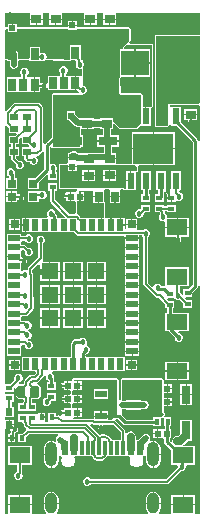
<source format=gtl>
G04*
G04 #@! TF.GenerationSoftware,Altium Limited,Altium Designer,24.6.1 (21)*
G04*
G04 Layer_Physical_Order=1*
G04 Layer_Color=255*
%FSLAX25Y25*%
%MOIN*%
G70*
G04*
G04 #@! TF.SameCoordinates,1986151C-97A1-4A67-A93D-4D8E7053BCD9*
G04*
G04*
G04 #@! TF.FilePolarity,Positive*
G04*
G01*
G75*
%ADD11C,0.01000*%
%ADD19R,0.02756X0.02756*%
%ADD20R,0.01968X0.03937*%
%ADD21R,0.03937X0.01968*%
%ADD22R,0.02756X0.02756*%
%ADD23R,0.05709X0.05709*%
%ADD24R,0.07087X0.05315*%
%ADD25R,0.04134X0.02362*%
%ADD26R,0.02700X0.04000*%
%ADD27R,0.13386X0.09921*%
%ADD28R,0.02362X0.05709*%
%ADD29R,0.06299X0.03150*%
%ADD30R,0.02165X0.01772*%
%ADD31R,0.09252X0.08465*%
%ADD32R,0.03543X0.02756*%
%ADD33R,0.02047X0.02047*%
%ADD34R,0.02047X0.02047*%
%ADD35R,0.02756X0.03543*%
%ADD36R,0.01772X0.02165*%
%ADD37R,0.03150X0.06299*%
%ADD64R,0.01181X0.04528*%
%ADD65R,0.02362X0.04528*%
%ADD66R,0.02126X0.02506*%
%ADD67R,0.02506X0.02126*%
G04:AMPARAMS|DCode=68|XSize=30mil|YSize=40mil|CornerRadius=0mil|HoleSize=0mil|Usage=FLASHONLY|Rotation=180.000|XOffset=0mil|YOffset=0mil|HoleType=Round|Shape=Octagon|*
%AMOCTAGOND68*
4,1,8,0.00750,-0.02000,-0.00750,-0.02000,-0.01500,-0.01250,-0.01500,0.01250,-0.00750,0.02000,0.00750,0.02000,0.01500,0.01250,0.01500,-0.01250,0.00750,-0.02000,0.0*
%
%ADD68OCTAGOND68*%

%ADD69C,0.00782*%
%ADD70C,0.00800*%
%ADD71C,0.02500*%
%ADD72C,0.02000*%
%ADD73O,0.03937X0.08268*%
%ADD74O,0.03937X0.07087*%
%ADD75C,0.01800*%
%ADD76C,0.01772*%
G36*
X77410Y176933D02*
X63000D01*
X62694Y176806D01*
X62567Y176500D01*
Y146500D01*
X62694Y146194D01*
X63000Y146067D01*
X66500D01*
X66806Y146194D01*
X67306Y146694D01*
X67433Y147000D01*
X67919Y146966D01*
Y146474D01*
X69783D01*
X75082Y141175D01*
Y93455D01*
X73685Y92058D01*
X72017D01*
Y90321D01*
X71959Y90297D01*
X71467Y90279D01*
X71254Y90793D01*
X70860Y91187D01*
X70816Y91205D01*
Y93273D01*
X73943D01*
Y99388D01*
X66057D01*
Y93602D01*
X65577Y93223D01*
X65532Y93232D01*
X64712D01*
X64687Y93293D01*
X64293Y93687D01*
X63779Y93900D01*
X63222D01*
X62707Y93687D01*
X62313Y93293D01*
X62193Y93003D01*
X61638Y92851D01*
X60316Y94173D01*
Y109451D01*
X60687Y109823D01*
X60900Y110337D01*
Y110894D01*
X60687Y111409D01*
X60293Y111803D01*
X59778Y112016D01*
X59222D01*
X58707Y111803D01*
X58678Y111774D01*
X56980D01*
X56542Y111923D01*
X56542Y112274D01*
Y113501D01*
X54764D01*
X52986D01*
X52986Y112499D01*
X52486Y112214D01*
X52407Y112260D01*
Y113304D01*
X51023D01*
Y113504D01*
X50823D01*
Y115873D01*
X49639D01*
Y115873D01*
X49258D01*
Y115873D01*
X48074D01*
Y113504D01*
X47674D01*
Y115873D01*
X46490D01*
Y115873D01*
X46380D01*
X45933Y116300D01*
Y120828D01*
X45806Y121134D01*
X45522Y121252D01*
Y125067D01*
X45522Y125172D01*
X45775Y125567D01*
X47225D01*
X47478Y125172D01*
X47478Y125067D01*
Y123200D01*
X49256D01*
X51034D01*
Y125067D01*
X51034Y125172D01*
X51286Y125567D01*
X51821D01*
X52151Y125237D01*
X52230Y125204D01*
X52291Y125143D01*
X52377D01*
X52457Y125110D01*
X52919Y125017D01*
Y125017D01*
X56081D01*
Y131093D01*
X56169Y131130D01*
X56264Y131134D01*
X56683Y131330D01*
X56735Y131386D01*
X56806Y131416D01*
X56843Y131504D01*
X56907Y131574D01*
X56904Y131651D01*
X56933Y131722D01*
Y133000D01*
X56875Y133139D01*
X57126Y133639D01*
X61800D01*
Y138800D01*
X54907D01*
Y133933D01*
X49672D01*
Y135391D01*
X47500D01*
Y135791D01*
X49672D01*
Y137369D01*
X48333D01*
Y139525D01*
X50455D01*
Y141300D01*
X46905D01*
X43356D01*
Y139525D01*
X45478D01*
Y137443D01*
X40575D01*
X40199Y137368D01*
X37225D01*
X37009Y137584D01*
X36546Y137894D01*
X36000Y138002D01*
X36000Y138002D01*
X35000D01*
X34454Y137894D01*
X33991Y137584D01*
X33933Y137498D01*
X33576D01*
Y136594D01*
X33573Y136575D01*
X33576Y136556D01*
Y136275D01*
X35000D01*
Y135875D01*
X33576D01*
Y134849D01*
X33576Y134651D01*
X33576D01*
Y134433D01*
X33373Y133933D01*
X31000D01*
X30694Y133806D01*
X30567Y133500D01*
Y126000D01*
X30694Y125694D01*
X31000Y125567D01*
X36419D01*
X36613Y125067D01*
X36456Y124923D01*
X36434Y124874D01*
X36389Y124844D01*
X36366Y124729D01*
X36317Y124622D01*
X36164Y124439D01*
X35835Y124424D01*
X35651Y124424D01*
X34625D01*
Y123000D01*
Y121576D01*
X35567D01*
X35849Y121576D01*
X36067Y121167D01*
Y117500D01*
X35696Y117088D01*
X34065D01*
X29316Y121838D01*
Y124943D01*
X29983D01*
Y127514D01*
X27017D01*
Y124943D01*
X27684D01*
Y121500D01*
X27684Y121500D01*
X27746Y121188D01*
X27923Y120923D01*
X32512Y116334D01*
X32321Y115873D01*
X30860D01*
X30742Y115873D01*
X30360D01*
X29894Y116228D01*
Y116423D01*
X29824Y116774D01*
X29625Y117072D01*
X29625Y117072D01*
X29384Y117313D01*
Y117552D01*
X29171Y118067D01*
X28777Y118460D01*
X28262Y118674D01*
X27705D01*
X27191Y118460D01*
X26797Y118067D01*
X26584Y117552D01*
Y116995D01*
X26797Y116481D01*
X26905Y116373D01*
X26698Y115873D01*
X24561D01*
X24443Y115873D01*
X24061D01*
X23943Y115873D01*
X21411D01*
X21293Y115873D01*
X20911D01*
X20793Y115873D01*
X19727D01*
Y113504D01*
Y111135D01*
X20793D01*
X20911Y111135D01*
X21293D01*
X21411Y111135D01*
X23943D01*
X24061Y111135D01*
X24443D01*
X24561Y111135D01*
X27092D01*
X27211Y111135D01*
X27592D01*
X27711Y111135D01*
X30242D01*
X30360Y111135D01*
X30742D01*
X30860Y111135D01*
X33510D01*
X33510Y111135D01*
X33891D01*
Y111135D01*
X34010Y111135D01*
X35506D01*
X36483Y110159D01*
X36747Y109982D01*
X37059Y109920D01*
X37059Y109920D01*
X52179D01*
X52592Y109525D01*
Y109374D01*
X54961D01*
X57329D01*
Y110143D01*
X58181D01*
X58313Y109823D01*
X58684Y109451D01*
Y93835D01*
X58684Y93835D01*
X58746Y93523D01*
X58923Y93259D01*
X62750Y89431D01*
X62750Y89431D01*
X63015Y89254D01*
X63327Y89192D01*
X63957D01*
X66017Y87132D01*
Y85714D01*
X66582D01*
Y84227D01*
X66057D01*
Y78112D01*
X67090D01*
X69100Y76102D01*
Y75722D01*
X69313Y75207D01*
X69707Y74813D01*
X70222Y74600D01*
X70779D01*
X71293Y74813D01*
X71687Y75207D01*
X71900Y75722D01*
Y76279D01*
X71687Y76793D01*
X71293Y77187D01*
X70779Y77400D01*
X70551D01*
X70388Y77612D01*
X70633Y78112D01*
X73943D01*
Y84227D01*
X68418D01*
Y85714D01*
X68983D01*
Y88286D01*
X67171D01*
X66661Y88796D01*
X66852Y89258D01*
X68859D01*
X68880Y89207D01*
X69274Y88813D01*
X69788Y88600D01*
X70345D01*
X70651Y88727D01*
X72017Y87361D01*
Y85943D01*
X74983D01*
Y88514D01*
X73171D01*
X72661Y89024D01*
X72852Y89486D01*
X74983D01*
Y90760D01*
X76649Y92426D01*
X76848Y92724D01*
X76918Y93075D01*
X77410Y93055D01*
Y17019D01*
X76338D01*
X75943Y17273D01*
X75943Y17520D01*
Y20131D01*
X68057D01*
Y17520D01*
X68057Y17273D01*
X67662Y17019D01*
X63953D01*
X63784Y17519D01*
X64239Y18200D01*
X64423Y19124D01*
Y20499D01*
X59593D01*
Y19124D01*
X59777Y18200D01*
X60232Y17519D01*
X60063Y17019D01*
X29937D01*
X29768Y17519D01*
X30223Y18200D01*
X30407Y19124D01*
Y20499D01*
X25577D01*
Y19124D01*
X25761Y18200D01*
X26216Y17519D01*
X26047Y17019D01*
X21838D01*
X21443Y17273D01*
X21443Y17520D01*
Y20131D01*
X13557D01*
Y17520D01*
X13557Y17273D01*
X13162Y17019D01*
X12519D01*
Y44854D01*
X12537Y45347D01*
X13020Y45347D01*
X13800D01*
Y47000D01*
Y48653D01*
X12593Y48653D01*
X12525Y49119D01*
X12593Y49585D01*
X15463D01*
Y52891D01*
X14816D01*
Y54443D01*
X15483D01*
Y57014D01*
X12519D01*
Y57986D01*
X15483D01*
Y59092D01*
X15600Y59159D01*
X16100Y58871D01*
Y56550D01*
X17050Y55600D01*
X18357D01*
X18767Y55165D01*
Y54805D01*
X18622Y54660D01*
X18447Y54399D01*
X18386Y54090D01*
Y54058D01*
X17017D01*
Y51486D01*
X19983D01*
Y51486D01*
X20017D01*
Y51486D01*
X22983D01*
Y54058D01*
X21877D01*
X21606Y54558D01*
X21647Y54762D01*
Y55599D01*
X21648Y55600D01*
X23450D01*
X24400Y56550D01*
Y59450D01*
X23450Y60400D01*
X23345D01*
X23296Y60900D01*
X23399Y60921D01*
X23661Y61095D01*
X25413Y62848D01*
X25588Y63109D01*
X25600Y63171D01*
X26100Y63122D01*
Y62722D01*
X26313Y62207D01*
X26707Y61813D01*
X27082Y61658D01*
Y61058D01*
X26517D01*
Y58486D01*
X29483D01*
Y61058D01*
X28918D01*
Y62238D01*
X28848Y62589D01*
X28846Y62591D01*
X28900Y62722D01*
Y63279D01*
X28687Y63793D01*
X28300Y64179D01*
X28301Y64222D01*
X28410Y64679D01*
X30242D01*
X30360Y64679D01*
X30742D01*
X30860Y64679D01*
X33391D01*
X33510Y64679D01*
X33891D01*
X34010Y64679D01*
X36659D01*
Y64679D01*
X37041D01*
Y64679D01*
X39691D01*
X39809Y64679D01*
X40191D01*
X40309Y64679D01*
X42840D01*
X42959Y64679D01*
X43340D01*
X43459Y64679D01*
X45990D01*
X46108Y64679D01*
X46490D01*
X46608Y64679D01*
X49139D01*
X49258Y64679D01*
X49639D01*
X49758Y64679D01*
X52407D01*
Y69416D01*
X49758D01*
X49639Y69416D01*
X49258D01*
X49139Y69416D01*
X46608D01*
X46490Y69416D01*
X46108D01*
X45990Y69416D01*
X43459D01*
X43340Y69416D01*
X42959D01*
X42840Y69416D01*
X40309D01*
X40191Y69416D01*
X39809D01*
X39380Y69788D01*
Y70320D01*
X39660Y70600D01*
X39779D01*
X40293Y70813D01*
X40687Y71207D01*
X40900Y71722D01*
Y72278D01*
X40687Y72793D01*
X40293Y73187D01*
X39997Y73310D01*
X39774Y73595D01*
X39767Y73900D01*
X39900Y74221D01*
Y74778D01*
X39687Y75293D01*
X39293Y75687D01*
X38778Y75900D01*
X38221D01*
X37707Y75687D01*
X37438Y75418D01*
X35973D01*
X35622Y75348D01*
X35324Y75149D01*
X34739Y74563D01*
X34540Y74265D01*
X34470Y73914D01*
Y69770D01*
X34152Y69452D01*
X33970Y69416D01*
X33510D01*
X33391Y69416D01*
X30860D01*
X30742Y69416D01*
X30360D01*
X30242Y69416D01*
X27711D01*
X27592Y69416D01*
X27211D01*
X27092Y69416D01*
X24443D01*
Y69416D01*
X24061D01*
Y69416D01*
X21411D01*
X21293Y69416D01*
X20911D01*
X20793Y69416D01*
X18143D01*
Y64679D01*
X20793D01*
X20911Y64679D01*
X21293D01*
X21411Y64679D01*
X22706D01*
X22793Y64179D01*
X22267Y63653D01*
X21268D01*
X20960Y63592D01*
X20698Y63417D01*
X19089Y61808D01*
X18914Y61547D01*
X18853Y61238D01*
Y60401D01*
X18852Y60400D01*
X17453D01*
X17165Y60891D01*
X17215Y60983D01*
X17331Y61122D01*
X17793Y61313D01*
X18187Y61707D01*
X18400Y62221D01*
Y62779D01*
X18187Y63293D01*
X17793Y63687D01*
X17278Y63900D01*
X16722D01*
X16207Y63687D01*
X15813Y63293D01*
X15600Y62779D01*
Y62221D01*
X15715Y61944D01*
X14329Y60558D01*
X12519D01*
Y146597D01*
X13020Y146804D01*
X13847Y145976D01*
Y144204D01*
X16278D01*
X16470Y143742D01*
X16024Y143296D01*
X13847D01*
Y140370D01*
X14684D01*
Y139463D01*
X13847D01*
Y136537D01*
X14684D01*
Y135500D01*
X14684Y135500D01*
X14746Y135188D01*
X14923Y134923D01*
X16100Y133747D01*
Y133221D01*
X16313Y132707D01*
X16707Y132313D01*
X17221Y132100D01*
X17778D01*
X18293Y132313D01*
X18687Y132707D01*
X18900Y133221D01*
Y133779D01*
X18687Y134293D01*
X18293Y134687D01*
X17778Y134900D01*
X17254D01*
X16316Y135838D01*
Y136537D01*
X17153D01*
Y139463D01*
X16316D01*
Y140370D01*
X17153D01*
Y142118D01*
X17623Y142588D01*
X18085Y142397D01*
Y140370D01*
X20237D01*
X20645Y139963D01*
X20554Y139510D01*
X20522Y139463D01*
X18085D01*
Y136537D01*
X18922D01*
Y135737D01*
X18922Y135737D01*
X18984Y135425D01*
X19161Y135160D01*
X19675Y134647D01*
X19939Y134470D01*
X20251Y134408D01*
X20252Y134408D01*
X20846D01*
X20929Y134207D01*
X21323Y133813D01*
X21837Y133600D01*
X22394D01*
X22909Y133813D01*
X23303Y134207D01*
X23516Y134722D01*
Y135278D01*
X23303Y135793D01*
X22999Y136096D01*
X23108Y136522D01*
X23153Y136596D01*
X23349D01*
X23349Y136596D01*
X23662Y136658D01*
X23926Y136835D01*
X25030Y137939D01*
X25030Y137939D01*
X25098Y138041D01*
X25598Y137889D01*
Y132134D01*
X22501Y129037D01*
X20243D01*
Y125481D01*
X23799D01*
Y127739D01*
X26555Y130496D01*
X27017Y130304D01*
Y128486D01*
X29983D01*
Y131058D01*
X29707D01*
X29537Y131558D01*
X29687Y131707D01*
X29900Y132221D01*
Y132779D01*
X29687Y133293D01*
X29293Y133687D01*
X28778Y133900D01*
X28221D01*
X27933Y133781D01*
X27433Y134067D01*
Y139337D01*
X27589Y139447D01*
X27625Y139451D01*
X28172Y139248D01*
X28194Y139194D01*
X28500Y139067D01*
X37500D01*
X37806Y139194D01*
X37933Y139500D01*
Y139525D01*
X38644D01*
Y143475D01*
X37933D01*
Y145466D01*
X39800D01*
Y147244D01*
X40200D01*
Y145466D01*
X42172D01*
Y145817D01*
X44328D01*
Y145466D01*
X45073D01*
Y143475D01*
X43356D01*
Y141700D01*
X46905D01*
X50455D01*
Y143475D01*
X47927D01*
Y145466D01*
X48672D01*
Y147063D01*
X49134Y147254D01*
X50694Y145694D01*
X51000Y145567D01*
X56500D01*
X56806Y145694D01*
X57451Y146339D01*
X57919Y146474D01*
Y146474D01*
X57919Y146474D01*
X61081D01*
Y152550D01*
X61169Y152586D01*
X61264Y152590D01*
X61683Y152786D01*
X61735Y152843D01*
X61806Y152872D01*
X61843Y152960D01*
X61907Y153031D01*
X61904Y153108D01*
X61933Y153179D01*
Y173500D01*
X61806Y173806D01*
X61500Y173933D01*
X54199D01*
X54007Y174395D01*
X54306Y174694D01*
X54433Y175000D01*
Y179000D01*
X54306Y179306D01*
X54000Y179433D01*
X36424D01*
Y179875D01*
X35000D01*
X33576D01*
Y179433D01*
X16424D01*
Y180573D01*
X15200D01*
Y179150D01*
X14800D01*
Y180573D01*
X13576D01*
Y179433D01*
X13000D01*
X12519Y179775D01*
Y184272D01*
X20785D01*
X20828Y183790D01*
X20828Y183772D01*
Y182212D01*
X23000D01*
X25172D01*
Y183772D01*
X25172Y183790D01*
X25215Y184272D01*
X27285D01*
X27328Y183790D01*
X27328Y183772D01*
Y182212D01*
X29500D01*
X31672D01*
Y183772D01*
X31672Y183790D01*
X31715Y184272D01*
X38785D01*
X38828Y183790D01*
X38828Y183772D01*
Y182212D01*
X41000D01*
X43172D01*
Y183772D01*
X43172Y183790D01*
X43215Y184272D01*
X45285D01*
X45328Y183790D01*
X45328Y183772D01*
Y182212D01*
X47500D01*
X49672D01*
Y183772D01*
X49672Y183790D01*
X49715Y184272D01*
X77410D01*
Y176933D01*
D02*
G37*
G36*
X54000Y175000D02*
X52000Y173000D01*
X51960D01*
D01*
X51903Y172943D01*
X51797Y172873D01*
X51789Y172829D01*
X51758Y172798D01*
Y172672D01*
X51733Y172548D01*
X51739Y172519D01*
X51421Y172132D01*
X50887D01*
Y162985D01*
X50639Y162604D01*
X50616Y162478D01*
X50569Y162360D01*
X50659Y157425D01*
X50724Y157277D01*
X50786Y157127D01*
X50790Y157125D01*
X50792Y157121D01*
X50942Y157062D01*
X51092Y157000D01*
X58000Y157000D01*
Y152983D01*
X57919D01*
Y147419D01*
X56500Y146000D01*
X51000D01*
X48672Y148328D01*
Y149022D01*
X44328D01*
Y149000D01*
X42172D01*
Y149022D01*
X39760D01*
X39622Y149049D01*
X39622Y149049D01*
X37394D01*
X35924Y150520D01*
Y151349D01*
X34519D01*
X34500Y151353D01*
X34481Y151349D01*
X33076D01*
Y149944D01*
X33073Y149925D01*
X33076Y149906D01*
Y148502D01*
X33905D01*
X35794Y146613D01*
X35794Y146613D01*
X36071Y146427D01*
X36257Y146303D01*
X36803Y146195D01*
X36803Y146195D01*
X37500D01*
X37500Y139500D01*
X28500D01*
X28500Y157000D01*
X38500Y157000D01*
Y157100D01*
X38778D01*
X39293Y157313D01*
X39687Y157707D01*
X39900Y158221D01*
Y158779D01*
X39687Y159293D01*
X39293Y159687D01*
X38778Y159900D01*
X38500D01*
Y166020D01*
X38687Y166207D01*
X38900Y166721D01*
Y167279D01*
X38687Y167793D01*
X38500Y167980D01*
Y168523D01*
X38092Y168540D01*
X38030Y168852D01*
X37853Y169116D01*
X37853Y169117D01*
X37766Y169204D01*
Y170050D01*
X37750Y170129D01*
Y173400D01*
X34250D01*
Y168972D01*
X33893Y168622D01*
X30737Y168691D01*
X26663Y168779D01*
X26390Y169198D01*
X26400Y169221D01*
Y169779D01*
X26187Y170293D01*
X25793Y170687D01*
X25278Y170900D01*
X24722D01*
X24666Y170877D01*
X24250Y171155D01*
Y172900D01*
X20750D01*
Y169265D01*
X20393Y168915D01*
X16927Y168991D01*
Y170500D01*
X16819Y171046D01*
X16509Y171509D01*
X16046Y171819D01*
X15500Y171927D01*
X14954Y171819D01*
X14491Y171509D01*
X14181Y171046D01*
X14073Y170500D01*
Y169000D01*
X12519D01*
Y178519D01*
X13000Y179000D01*
X13576D01*
Y177726D01*
X16424D01*
Y179000D01*
X33576D01*
Y178651D01*
X36424D01*
Y179000D01*
X54000D01*
Y175000D01*
D02*
G37*
G36*
X36359Y168171D02*
X36313Y167793D01*
X36100Y167279D01*
Y166721D01*
X36313Y166207D01*
X36707Y165813D01*
X37222Y165600D01*
X37778D01*
X38067Y165407D01*
Y163569D01*
X37750Y163200D01*
X36200D01*
Y160800D01*
Y158400D01*
X36597D01*
X36850Y158147D01*
X36850Y158147D01*
X37114Y157970D01*
X37301Y157933D01*
X37251Y157433D01*
X28500Y157433D01*
X28194Y157306D01*
X28067Y157000D01*
X28067Y142865D01*
X25867Y140665D01*
X25769Y140518D01*
X25269Y140670D01*
Y152578D01*
X25269Y152578D01*
X25207Y152890D01*
X25030Y153155D01*
X25030Y153155D01*
X24108Y154077D01*
X23844Y154254D01*
X23531Y154316D01*
X23531Y154316D01*
X16053D01*
X16053Y154316D01*
X15741Y154254D01*
X15476Y154077D01*
X15476Y154077D01*
X13020Y151620D01*
X12519Y151828D01*
Y168567D01*
X13250D01*
Y168100D01*
X14073D01*
Y167000D01*
X14100Y166862D01*
Y166721D01*
X14154Y166592D01*
X14181Y166454D01*
X14259Y166337D01*
X14313Y166207D01*
X14412Y166108D01*
X14491Y165991D01*
X14608Y165912D01*
X14707Y165813D01*
X14837Y165759D01*
X14954Y165681D01*
X15092Y165654D01*
X15222Y165600D01*
X15362D01*
X15500Y165573D01*
X15638Y165600D01*
X15778D01*
X15908Y165654D01*
X16046Y165681D01*
X16163Y165759D01*
X16293Y165813D01*
X16392Y165912D01*
X16509Y165991D01*
X16588Y166108D01*
X16687Y166207D01*
X16741Y166337D01*
X16819Y166454D01*
X16846Y166592D01*
X16900Y166721D01*
Y166862D01*
X16927Y167000D01*
Y168200D01*
X17285Y168550D01*
X20383Y168482D01*
X20402Y168468D01*
X20747Y168106D01*
X20750Y168100D01*
X24250D01*
Y168100D01*
X24430Y168221D01*
X24722Y168100D01*
X25278D01*
X25793Y168313D01*
X25830Y168350D01*
X25979Y168411D01*
X26351Y168480D01*
X26468Y168428D01*
X26574Y168355D01*
X26616Y168363D01*
X26654Y168346D01*
X30728Y168258D01*
X33883Y168189D01*
X33886Y168190D01*
X33888Y168189D01*
X34040Y168250D01*
X34192Y168309D01*
X34193Y168312D01*
X34195Y168312D01*
X34489Y168600D01*
X36018D01*
X36359Y168171D01*
D02*
G37*
G36*
X61500Y153179D02*
X61081Y152983D01*
X59700D01*
Y149728D01*
X59300D01*
Y152983D01*
X58433D01*
Y157000D01*
X58306Y157306D01*
X58000Y157433D01*
X51092Y157433D01*
X51002Y162368D01*
X51327Y162868D01*
X55713D01*
Y167500D01*
Y172132D01*
X52257D01*
X52157Y172632D01*
X52306Y172694D01*
X53112Y173500D01*
X61500D01*
Y153179D01*
D02*
G37*
G36*
X77410Y154170D02*
X77000Y154000D01*
X67000D01*
Y147000D01*
X66500Y146500D01*
X63000D01*
Y176500D01*
X77410D01*
Y154170D01*
D02*
G37*
G36*
Y153277D02*
Y141575D01*
X76918Y141555D01*
X76848Y141906D01*
X76649Y142204D01*
X71081Y147772D01*
Y152983D01*
X67933D01*
X67919Y152983D01*
X67433Y153017D01*
Y153567D01*
X77000D01*
X77410Y153277D01*
D02*
G37*
G36*
X56500Y133000D02*
Y131722D01*
X56081Y131526D01*
X54700D01*
Y128272D01*
X54500D01*
Y128072D01*
X52919D01*
Y125734D01*
X52457Y125543D01*
X52000Y126000D01*
X31000D01*
Y133500D01*
X33576D01*
Y133125D01*
X35000D01*
X36424D01*
Y133500D01*
X56000D01*
X56500Y133000D01*
D02*
G37*
G36*
X41966Y123200D02*
X43744D01*
Y123000D01*
X43944D01*
Y120828D01*
X45500D01*
Y116000D01*
X45447Y115873D01*
X44924D01*
Y113504D01*
X44524D01*
Y115873D01*
X43340D01*
X43340Y115873D01*
X43000Y116000D01*
Y116000D01*
X42893Y116000D01*
X38000D01*
X37670Y116330D01*
X37636Y116381D01*
X37636Y116381D01*
X37167Y116849D01*
X37117Y116883D01*
X36500Y117500D01*
Y121576D01*
X37375D01*
Y123000D01*
Y124424D01*
X36785D01*
X36749Y124604D01*
X37180Y125000D01*
X41966D01*
Y123200D01*
D02*
G37*
%LPC*%
G36*
X36424Y181498D02*
X35200D01*
Y180275D01*
X36424D01*
Y181498D01*
D02*
G37*
G36*
X34800D02*
X33576D01*
Y180275D01*
X34800D01*
Y181498D01*
D02*
G37*
G36*
X49672Y181812D02*
X47700D01*
Y180234D01*
X49672D01*
Y181812D01*
D02*
G37*
G36*
X47300D02*
X45328D01*
Y180234D01*
X47300D01*
Y181812D01*
D02*
G37*
G36*
X43172D02*
X41200D01*
Y180234D01*
X43172D01*
Y181812D01*
D02*
G37*
G36*
X40800D02*
X38828D01*
Y180234D01*
X40800D01*
Y181812D01*
D02*
G37*
G36*
X31672D02*
X29700D01*
Y180234D01*
X31672D01*
Y181812D01*
D02*
G37*
G36*
X29300D02*
X27328D01*
Y180234D01*
X29300D01*
Y181812D01*
D02*
G37*
G36*
X25172D02*
X23200D01*
Y180234D01*
X25172D01*
Y181812D01*
D02*
G37*
G36*
X22800D02*
X20828D01*
Y180234D01*
X22800D01*
Y181812D01*
D02*
G37*
G36*
X69093Y144361D02*
X62200D01*
Y139200D01*
X69093D01*
Y144361D01*
D02*
G37*
G36*
X61800D02*
X54907D01*
Y139200D01*
X61800D01*
Y144361D01*
D02*
G37*
G36*
X69093Y138800D02*
X62200D01*
Y133639D01*
X69093D01*
Y138800D01*
D02*
G37*
G36*
X14778Y132400D02*
X14221D01*
X13707Y132187D01*
X13313Y131793D01*
X13100Y131279D01*
Y130721D01*
X13313Y130207D01*
X13707Y129813D01*
X13899Y129734D01*
Y129037D01*
X13039D01*
Y125481D01*
X16594D01*
Y129037D01*
X15734D01*
Y130321D01*
X15900Y130721D01*
Y131279D01*
X15687Y131793D01*
X15293Y132187D01*
X14778Y132400D01*
D02*
G37*
G36*
X71081Y131526D02*
X67919D01*
Y125640D01*
X67905Y125627D01*
X67419Y125419D01*
X67312Y125490D01*
X67000Y125552D01*
X66688Y125490D01*
X66581Y125419D01*
X66095Y125627D01*
X66081Y125640D01*
Y131526D01*
X62919D01*
Y125017D01*
X63582D01*
Y123786D01*
X62517D01*
Y121214D01*
X65483D01*
Y123786D01*
X65418D01*
Y124661D01*
X65672Y124784D01*
X66067Y124611D01*
X66184Y124507D01*
Y124420D01*
X66184Y124420D01*
X66246Y124108D01*
X66423Y123844D01*
X66502Y123765D01*
Y122986D01*
X66502Y122986D01*
X66517Y122907D01*
Y122700D01*
X68000D01*
Y122500D01*
X68200D01*
Y121214D01*
X69483D01*
Y121451D01*
X69983Y121727D01*
X70288Y121600D01*
X70845D01*
X71360Y121813D01*
X71754Y122207D01*
X71967Y122722D01*
Y123278D01*
X71754Y123793D01*
X71360Y124187D01*
X70845Y124400D01*
X70816D01*
X70709Y124517D01*
X70930Y125017D01*
X71081D01*
Y131526D01*
D02*
G37*
G36*
X25278Y124900D02*
X24722D01*
X24293Y124722D01*
X23799Y124706D01*
X23799Y124706D01*
X23799Y124706D01*
X20243D01*
Y121150D01*
X23799D01*
Y122014D01*
X23968Y122137D01*
X24299Y122275D01*
X24722Y122100D01*
X25278D01*
X25793Y122313D01*
X26187Y122707D01*
X26400Y123222D01*
Y123778D01*
X26187Y124293D01*
X25793Y124687D01*
X25278Y124900D01*
D02*
G37*
G36*
X34225Y124424D02*
X33002D01*
Y124351D01*
X32502Y124192D01*
X32351Y124293D01*
X32039Y124355D01*
X31727Y124293D01*
X31462Y124116D01*
X31285Y123851D01*
X31223Y123539D01*
X31285Y123227D01*
X31462Y122962D01*
X31686Y122739D01*
X31950Y122562D01*
X32263Y122500D01*
X32263Y122500D01*
X33002D01*
Y121576D01*
X34225D01*
Y123000D01*
Y124424D01*
D02*
G37*
G36*
X14617Y124706D02*
X13039D01*
Y123128D01*
X14617D01*
Y124706D01*
D02*
G37*
G36*
X16594D02*
X15017D01*
Y122928D01*
Y121150D01*
X16594D01*
Y121729D01*
X17095Y121936D01*
X17107Y121923D01*
X17372Y121746D01*
X17684Y121684D01*
X17684Y121684D01*
X18000D01*
X18312Y121746D01*
X18577Y121923D01*
X18754Y122188D01*
X18816Y122500D01*
X18754Y122812D01*
X18577Y123077D01*
X18312Y123254D01*
X18027Y123310D01*
X17832Y123505D01*
X17568Y123682D01*
X17255Y123744D01*
X17255Y123744D01*
X16594D01*
Y124706D01*
D02*
G37*
G36*
X61081Y131526D02*
X57919D01*
Y125017D01*
X58582D01*
Y123786D01*
X58017D01*
Y121214D01*
X60983D01*
Y123786D01*
X60418D01*
Y125017D01*
X61081D01*
Y131526D01*
D02*
G37*
G36*
X67800Y122300D02*
X66517D01*
Y121214D01*
X67800D01*
Y122300D01*
D02*
G37*
G36*
X14617Y122728D02*
X13039D01*
Y121150D01*
X14617D01*
Y122728D01*
D02*
G37*
G36*
X51034Y122800D02*
X49456D01*
Y120828D01*
X51034D01*
Y122800D01*
D02*
G37*
G36*
X49056D02*
X47478D01*
Y120828D01*
X49056D01*
Y122800D01*
D02*
G37*
G36*
X65483Y120243D02*
X62517D01*
Y117671D01*
X64132D01*
X64188Y117615D01*
Y117106D01*
X64056Y116974D01*
X63843Y116459D01*
Y115902D01*
X64056Y115388D01*
X64450Y114994D01*
X64964Y114781D01*
X65521D01*
X65557Y114796D01*
X66057Y114462D01*
Y112869D01*
X69800D01*
Y115727D01*
X66760D01*
X66643Y115902D01*
Y116459D01*
X66430Y116974D01*
X66036Y117368D01*
X65835Y117451D01*
Y117937D01*
X66002Y118141D01*
X66517D01*
Y117671D01*
X69483D01*
Y120243D01*
X66517D01*
Y119772D01*
X65483D01*
Y120243D01*
D02*
G37*
G36*
X60983D02*
X58017D01*
Y119105D01*
X57611Y118732D01*
X57054D01*
X56539Y118519D01*
X56146Y118125D01*
X55932Y117611D01*
Y117054D01*
X56146Y116539D01*
X56539Y116146D01*
X57054Y115932D01*
X57611D01*
X58125Y116146D01*
X58519Y116539D01*
X58732Y117054D01*
Y117232D01*
X59171Y117671D01*
X60983D01*
Y120243D01*
D02*
G37*
G36*
X17566Y115479D02*
X15988D01*
Y113901D01*
X17566D01*
Y115479D01*
D02*
G37*
G36*
X15588D02*
X14010D01*
Y113901D01*
X15588D01*
Y115479D01*
D02*
G37*
G36*
X56542Y115479D02*
X54964D01*
Y113901D01*
X56542D01*
Y115479D01*
D02*
G37*
G36*
X54564D02*
X52986D01*
Y113901D01*
X54564D01*
Y115479D01*
D02*
G37*
G36*
X52407Y115873D02*
X51223D01*
Y113704D01*
X52407D01*
Y115873D01*
D02*
G37*
G36*
X19327D02*
X18143D01*
Y113704D01*
X19327D01*
Y115873D01*
D02*
G37*
G36*
X73943Y115727D02*
X70200D01*
Y112869D01*
X73943D01*
Y115727D01*
D02*
G37*
G36*
X17566Y113501D02*
X15988D01*
Y111924D01*
X17566D01*
Y113501D01*
D02*
G37*
G36*
X15588D02*
X14010D01*
Y111924D01*
X15588D01*
Y113501D01*
D02*
G37*
G36*
X19327Y113304D02*
X18143D01*
Y111135D01*
X19327D01*
Y113304D01*
D02*
G37*
G36*
X70000Y112669D02*
D01*
Y112469D01*
X66057D01*
Y109612D01*
X69529D01*
Y108427D01*
X69591Y108115D01*
X69768Y107851D01*
X70032Y107674D01*
X70344Y107612D01*
X70657Y107674D01*
X70921Y107851D01*
X71098Y108115D01*
X71160Y108427D01*
Y109612D01*
X73943D01*
Y112469D01*
X70000D01*
Y112669D01*
D02*
G37*
G36*
X57329Y108974D02*
X54961D01*
X52592D01*
Y107908D01*
X52592Y107790D01*
Y107408D01*
X52592Y107290D01*
Y106224D01*
X54961D01*
X57329D01*
Y107290D01*
X57329Y107408D01*
Y107790D01*
X57329Y107908D01*
Y108974D01*
D02*
G37*
G36*
Y105824D02*
X54961D01*
X52592D01*
Y104758D01*
X52592Y104640D01*
Y104258D01*
X52592Y104140D01*
Y103074D01*
X54961D01*
X57329D01*
Y104140D01*
X57329Y104258D01*
Y104640D01*
X57329Y104758D01*
Y105824D01*
D02*
G37*
G36*
Y102674D02*
X54961D01*
X52592D01*
Y101609D01*
X52592Y101490D01*
Y101109D01*
X52592Y100990D01*
Y99925D01*
X54961D01*
X57329D01*
Y100990D01*
X57329Y101109D01*
Y101490D01*
X57329Y101609D01*
Y102674D01*
D02*
G37*
G36*
X46305Y101306D02*
X43251D01*
Y98252D01*
X46305D01*
Y101306D01*
D02*
G37*
G36*
X42851D02*
X39797D01*
Y98252D01*
X42851D01*
Y101306D01*
D02*
G37*
G36*
X38530Y101305D02*
X35476D01*
Y98251D01*
X38530D01*
Y101305D01*
D02*
G37*
G36*
X30754D02*
X27700D01*
Y98251D01*
X30754D01*
Y101305D01*
D02*
G37*
G36*
X35076D02*
X32022D01*
Y98251D01*
X35076D01*
Y101305D01*
D02*
G37*
G36*
X17958Y110558D02*
X13221D01*
Y107908D01*
X13221Y107790D01*
Y107408D01*
X13221Y107290D01*
Y104758D01*
X13221Y104640D01*
Y104258D01*
X13221Y104140D01*
Y103074D01*
X15590D01*
Y102674D01*
X13221D01*
Y101609D01*
X13221Y101490D01*
X13221D01*
Y101109D01*
X13221D01*
Y98459D01*
X13221Y98341D01*
Y97959D01*
X13221Y97841D01*
Y95310D01*
X13221Y95191D01*
Y94810D01*
X13221Y94691D01*
Y92160D01*
X13221Y92042D01*
Y91660D01*
X13221Y91542D01*
Y88892D01*
X13221D01*
Y88510D01*
X13221D01*
Y85742D01*
X13221D01*
Y85361D01*
X13221D01*
Y82711D01*
X13221Y82593D01*
Y82211D01*
X13221Y82093D01*
Y79561D01*
X13221Y79443D01*
Y79061D01*
X13221Y78943D01*
Y76412D01*
X13221Y76293D01*
Y75912D01*
X13221Y75793D01*
Y73262D01*
X13221Y73144D01*
Y72762D01*
X13221Y72644D01*
Y69994D01*
X17958D01*
Y72644D01*
X17958Y72762D01*
Y73144D01*
X18283Y73628D01*
X18902D01*
X19100Y73430D01*
Y73221D01*
X19313Y72707D01*
X19707Y72313D01*
X20222Y72100D01*
X20778D01*
X21293Y72313D01*
X21687Y72707D01*
X21900Y73221D01*
Y73778D01*
X21687Y74293D01*
X21293Y74687D01*
X20778Y74900D01*
X20351D01*
X20279Y75370D01*
X20793Y75583D01*
X21187Y75977D01*
X21400Y76491D01*
Y77048D01*
X21187Y77563D01*
X20793Y77957D01*
X20363Y78135D01*
X20356Y78176D01*
Y78594D01*
X20363Y78635D01*
X20793Y78813D01*
X21187Y79207D01*
X21400Y79721D01*
Y80278D01*
X21187Y80793D01*
X20793Y81187D01*
X20279Y81400D01*
X19722D01*
X19521Y81317D01*
X19434Y81404D01*
X19169Y81581D01*
X18857Y81643D01*
X18857Y81643D01*
X18312D01*
X18005Y81950D01*
X17958Y82143D01*
X17958Y82661D01*
X18079Y83161D01*
X19523D01*
X19523Y83161D01*
X19835Y83223D01*
X20099Y83400D01*
X21877Y85178D01*
X21877Y85178D01*
X22054Y85442D01*
X22116Y85754D01*
Y89406D01*
X22116Y89406D01*
X22054Y89718D01*
X21918Y89921D01*
Y97052D01*
X21918Y97052D01*
X21856Y97364D01*
X21716Y97574D01*
Y98408D01*
X23784Y100476D01*
X24246Y100284D01*
Y98251D01*
X27300D01*
Y101305D01*
X25267D01*
X25152Y101583D01*
X25101Y101805D01*
X25254Y102033D01*
X25316Y102346D01*
X25316Y102346D01*
Y107336D01*
X25687Y107707D01*
X25900Y108221D01*
Y108779D01*
X25687Y109293D01*
X25293Y109687D01*
X24779Y109900D01*
X24221D01*
X23707Y109687D01*
X23313Y109293D01*
X23100Y108779D01*
Y108221D01*
X23313Y107707D01*
X23684Y107336D01*
Y102683D01*
X20323Y99322D01*
X20146Y99058D01*
X20084Y98746D01*
X20084Y98746D01*
Y98603D01*
X19584Y98269D01*
X19406Y98343D01*
X18849D01*
X18379Y98149D01*
X18160Y98283D01*
X17958Y98462D01*
Y100806D01*
X18459Y100900D01*
X18688Y100746D01*
X19000Y100684D01*
X19312Y100746D01*
X19577Y100923D01*
X19754Y101188D01*
X19816Y101500D01*
X19754Y101812D01*
X19577Y102077D01*
X19353Y102300D01*
X19089Y102477D01*
X18776Y102539D01*
X18776Y102539D01*
X18415D01*
X17958Y102996D01*
Y104140D01*
X17958Y104258D01*
X17958Y104708D01*
X18079Y105208D01*
X18597D01*
X19100Y104706D01*
Y104221D01*
X19313Y103707D01*
X19707Y103313D01*
X20222Y103100D01*
X20778D01*
X21293Y103313D01*
X21687Y103707D01*
X21900Y104221D01*
Y104779D01*
X21687Y105293D01*
X21293Y105687D01*
X20778Y105900D01*
X20222D01*
X20215Y105897D01*
X19512Y106601D01*
X19247Y106778D01*
X18935Y106840D01*
X18935Y106840D01*
X18312D01*
X18005Y107147D01*
X17958Y107340D01*
Y107790D01*
X18322Y108239D01*
X19273D01*
X19313Y108142D01*
X19707Y107749D01*
X20222Y107536D01*
X20778D01*
X21293Y107749D01*
X21687Y108142D01*
X21900Y108657D01*
Y109214D01*
X21687Y109729D01*
X21293Y110122D01*
X20778Y110336D01*
X20222D01*
X19707Y110122D01*
X19455Y109870D01*
X17958D01*
Y110558D01*
D02*
G37*
G36*
X57329Y99525D02*
X54961D01*
X52592D01*
Y98459D01*
X52592Y98341D01*
Y97959D01*
X52592Y97841D01*
Y96775D01*
X54961D01*
X57329D01*
Y97841D01*
X57329Y97959D01*
Y98341D01*
X57329Y98459D01*
Y99525D01*
D02*
G37*
G36*
X46305Y97852D02*
X43251D01*
Y94798D01*
X46305D01*
Y97852D01*
D02*
G37*
G36*
X42851D02*
X39797D01*
Y94798D01*
X42851D01*
Y97852D01*
D02*
G37*
G36*
X38530Y97851D02*
X35476D01*
Y94797D01*
X38530D01*
Y97851D01*
D02*
G37*
G36*
X35076D02*
X32022D01*
Y94797D01*
X35076D01*
Y97851D01*
D02*
G37*
G36*
X30754D02*
X27700D01*
Y94797D01*
X30754D01*
Y97851D01*
D02*
G37*
G36*
X27300D02*
X24246D01*
Y94797D01*
X27300D01*
Y97851D01*
D02*
G37*
G36*
X57329Y96375D02*
X54961D01*
X52592D01*
Y95310D01*
X52592Y95191D01*
Y94810D01*
X52592Y94691D01*
Y93626D01*
X54961D01*
X57329D01*
Y94691D01*
X57329Y94810D01*
Y95191D01*
X57329Y95310D01*
Y96375D01*
D02*
G37*
G36*
X46305Y93530D02*
X43251D01*
Y90476D01*
X46305D01*
Y93530D01*
D02*
G37*
G36*
X42851D02*
X39797D01*
Y90476D01*
X42851D01*
Y93530D01*
D02*
G37*
G36*
X38530D02*
X35476D01*
Y90476D01*
X38530D01*
Y93530D01*
D02*
G37*
G36*
X30754D02*
X27700D01*
Y90476D01*
X30754D01*
Y93530D01*
D02*
G37*
G36*
X35076D02*
X32022D01*
Y90476D01*
X35076D01*
Y93530D01*
D02*
G37*
G36*
X27300D02*
X24246D01*
Y90476D01*
X27300D01*
Y93530D01*
D02*
G37*
G36*
X57329Y93226D02*
X54961D01*
X52592D01*
Y92160D01*
X52592Y92042D01*
Y91660D01*
X52592Y91542D01*
Y90476D01*
X54961D01*
X57329D01*
Y91542D01*
X57329Y91660D01*
Y92042D01*
X57329Y92160D01*
Y93226D01*
D02*
G37*
G36*
Y90076D02*
X54961D01*
X52592D01*
Y89010D01*
X52592Y88892D01*
Y88510D01*
X52592Y88392D01*
Y87326D01*
X54961D01*
X57329D01*
Y88392D01*
X57329Y88510D01*
Y88892D01*
X57329Y89010D01*
Y90076D01*
D02*
G37*
G36*
X46305Y90076D02*
X43251D01*
Y87022D01*
X46305D01*
Y90076D01*
D02*
G37*
G36*
X42851D02*
X39797D01*
Y87022D01*
X42851D01*
Y90076D01*
D02*
G37*
G36*
X38530Y90076D02*
X35476D01*
Y87022D01*
X38530D01*
Y90076D01*
D02*
G37*
G36*
X35076D02*
X32022D01*
Y87022D01*
X35076D01*
Y90076D01*
D02*
G37*
G36*
X30754D02*
X27700D01*
Y87022D01*
X30754D01*
Y90076D01*
D02*
G37*
G36*
X27300D02*
X24246D01*
Y87022D01*
X27300D01*
Y90076D01*
D02*
G37*
G36*
X57329Y86926D02*
X54961D01*
X52592D01*
Y85861D01*
X52592Y85742D01*
Y85361D01*
X52592Y85242D01*
Y84177D01*
X54961D01*
X57329D01*
Y85242D01*
X57329Y85361D01*
Y85742D01*
X57329Y85861D01*
Y86926D01*
D02*
G37*
G36*
X46305Y85754D02*
X43251D01*
Y82700D01*
X46305D01*
Y85754D01*
D02*
G37*
G36*
X42851D02*
X39797D01*
Y82700D01*
X42851D01*
Y85754D01*
D02*
G37*
G36*
X38530D02*
X35476D01*
Y82700D01*
X38530D01*
Y85754D01*
D02*
G37*
G36*
X30754D02*
X27700D01*
Y82700D01*
X30754D01*
Y85754D01*
D02*
G37*
G36*
X35076D02*
X32022D01*
Y82700D01*
X35076D01*
Y85754D01*
D02*
G37*
G36*
X27300D02*
X24246D01*
Y82700D01*
X27300D01*
Y85754D01*
D02*
G37*
G36*
X57329Y83777D02*
X54961D01*
X52592D01*
Y82711D01*
X52592Y82593D01*
Y82211D01*
X52592Y82093D01*
Y81027D01*
X54961D01*
X57329D01*
Y82093D01*
X57329Y82211D01*
Y82593D01*
X57329Y82711D01*
Y83777D01*
D02*
G37*
G36*
X46305Y82300D02*
X43251D01*
Y79246D01*
X46305D01*
Y82300D01*
D02*
G37*
G36*
X42851D02*
X39797D01*
Y79246D01*
X42851D01*
Y82300D01*
D02*
G37*
G36*
X38530Y82300D02*
X35476D01*
Y79246D01*
X38530D01*
Y82300D01*
D02*
G37*
G36*
X35076D02*
X32022D01*
Y79246D01*
X35076D01*
Y82300D01*
D02*
G37*
G36*
X30754D02*
X27700D01*
Y79246D01*
X30754D01*
Y82300D01*
D02*
G37*
G36*
X27300D02*
X24246D01*
Y79246D01*
X27300D01*
Y82300D01*
D02*
G37*
G36*
X57329Y80627D02*
X54961D01*
X52592D01*
Y79561D01*
X52592Y79443D01*
Y79061D01*
X52592Y78943D01*
Y77877D01*
X54961D01*
X57329D01*
Y78943D01*
X57329Y79061D01*
Y79443D01*
X57329Y79561D01*
Y80627D01*
D02*
G37*
G36*
Y77477D02*
X54961D01*
X52592D01*
Y76412D01*
X52592Y76293D01*
Y75912D01*
X52592Y75793D01*
Y74728D01*
X54961D01*
X57329D01*
Y75793D01*
X57329Y75912D01*
Y76293D01*
X57329Y76412D01*
Y77477D01*
D02*
G37*
G36*
Y74328D02*
X54961D01*
X52592D01*
Y73262D01*
X52592Y73144D01*
Y72762D01*
X52592Y72644D01*
Y71578D01*
X54961D01*
X57329D01*
Y72644D01*
X57329Y72762D01*
Y73144D01*
X57329Y73262D01*
Y74328D01*
D02*
G37*
G36*
Y71178D02*
X55161D01*
Y69994D01*
X57329D01*
Y71178D01*
D02*
G37*
G36*
X54761D02*
X52592D01*
Y69994D01*
X54761D01*
Y71178D01*
D02*
G37*
G36*
X17566Y68629D02*
X15988D01*
Y67051D01*
X17566D01*
Y68629D01*
D02*
G37*
G36*
X15588D02*
X14010D01*
Y67051D01*
X15588D01*
Y68629D01*
D02*
G37*
G36*
X56542D02*
X54964D01*
Y67051D01*
X56542D01*
Y68629D01*
D02*
G37*
G36*
X54564D02*
X52986D01*
Y67051D01*
X54564D01*
Y68629D01*
D02*
G37*
G36*
X56542Y66651D02*
X54964D01*
Y65073D01*
X56542D01*
Y66651D01*
D02*
G37*
G36*
X54564D02*
X52986D01*
Y65073D01*
X54564D01*
Y66651D01*
D02*
G37*
G36*
X17566Y66651D02*
X15988D01*
Y65073D01*
X17566D01*
Y66651D01*
D02*
G37*
G36*
X15588D02*
X14010D01*
Y65073D01*
X15588D01*
Y66651D01*
D02*
G37*
G36*
X73943Y67888D02*
X70200D01*
Y65031D01*
X73943D01*
Y67888D01*
D02*
G37*
G36*
X69800D02*
X66057D01*
Y65031D01*
X69800D01*
Y67888D01*
D02*
G37*
G36*
X73943Y64631D02*
X70200D01*
Y61773D01*
X73943D01*
Y64631D01*
D02*
G37*
G36*
X69800D02*
X66057D01*
Y61773D01*
X69800D01*
Y64631D01*
D02*
G37*
G36*
X68073Y60424D02*
X66850D01*
Y59200D01*
X68073D01*
Y60424D01*
D02*
G37*
G36*
X33300Y61424D02*
X32076D01*
Y60816D01*
X31000D01*
X30688Y60754D01*
X30423Y60577D01*
X30246Y60312D01*
X30184Y60000D01*
X30246Y59688D01*
X30423Y59423D01*
X30688Y59246D01*
X31000Y59184D01*
X32076D01*
Y58576D01*
X33300D01*
Y60000D01*
Y61424D01*
D02*
G37*
G36*
X68073Y58800D02*
X66850D01*
Y57576D01*
X68073D01*
Y58800D01*
D02*
G37*
G36*
X74975Y60455D02*
X73200D01*
Y57105D01*
X74975D01*
Y60455D01*
D02*
G37*
G36*
X72800D02*
X71025D01*
Y57105D01*
X72800D01*
Y60455D01*
D02*
G37*
G36*
X65000Y62433D02*
X51500D01*
X51194Y62306D01*
X51067Y62000D01*
Y55300D01*
X50933Y55220D01*
X50433Y55503D01*
Y62000D01*
X50306Y62306D01*
X50000Y62433D01*
X35478D01*
X35425Y62411D01*
X35369Y62419D01*
X35277Y62350D01*
X35171Y62306D01*
X35150Y62254D01*
X35104Y62220D01*
X35104Y62219D01*
X35059Y62143D01*
X35051Y62084D01*
X35015Y62037D01*
X35029Y61926D01*
X35023Y61882D01*
X35006Y61805D01*
X34808Y61538D01*
X34804Y61534D01*
X34644Y61424D01*
X33700D01*
Y60000D01*
Y58576D01*
X34202D01*
X34337Y58475D01*
X34567Y58170D01*
Y57330D01*
X34337Y57025D01*
X34202Y56924D01*
X33700D01*
Y55500D01*
Y54076D01*
X34202D01*
X34337Y53975D01*
X34567Y53670D01*
Y52830D01*
X34337Y52525D01*
X34202Y52424D01*
X33700D01*
Y51000D01*
X33300D01*
Y52424D01*
X32076D01*
Y51816D01*
X31000D01*
X30688Y51754D01*
X30423Y51577D01*
X30246Y51312D01*
X30184Y51000D01*
X30246Y50688D01*
X30377Y50493D01*
X30290Y50213D01*
X30156Y50001D01*
X29557D01*
Y50983D01*
X26986D01*
Y48017D01*
X26790Y47810D01*
X26210D01*
X26014Y48017D01*
X26014Y48158D01*
Y49300D01*
X24728D01*
Y49500D01*
X24528D01*
Y50983D01*
X23442D01*
Y50611D01*
X22983Y50514D01*
X22942Y50514D01*
X20017D01*
Y50514D01*
X19983D01*
Y50514D01*
X17017D01*
Y47943D01*
X18386D01*
Y47910D01*
X18447Y47602D01*
X18622Y47340D01*
X18820Y47141D01*
Y46820D01*
X18882Y46512D01*
X19056Y46250D01*
X19627Y45679D01*
X19522Y45078D01*
X19493Y45059D01*
X18417Y43983D01*
X16986D01*
Y41017D01*
X19557D01*
Y42842D01*
X20397Y43682D01*
X30098D01*
X30250Y43182D01*
X29991Y43009D01*
X29681Y42546D01*
X29573Y42000D01*
X29665Y41534D01*
X29476Y41332D01*
X29260Y41204D01*
X28916Y41433D01*
X28192Y41578D01*
Y37037D01*
Y32497D01*
X28916Y32641D01*
X29700Y33164D01*
X30223Y33948D01*
X30407Y34872D01*
Y36427D01*
X30820Y36637D01*
X30907Y36637D01*
X31295D01*
X31511Y36314D01*
X31575Y36137D01*
X31401Y35716D01*
X31323Y35326D01*
X31323Y35072D01*
X31323Y34817D01*
X31400Y34427D01*
X31595Y33957D01*
X31816Y33626D01*
X32176Y33266D01*
X32507Y33045D01*
X32977Y32850D01*
X33367Y32772D01*
X33876Y32772D01*
X34266Y32850D01*
X34736Y33044D01*
X35067Y33265D01*
X35427Y33625D01*
X35649Y33956D01*
X35843Y34426D01*
X35921Y34816D01*
X35921Y35071D01*
X35921Y35325D01*
X35844Y35715D01*
X35669Y36137D01*
X35732Y36312D01*
X35949Y36637D01*
X41498D01*
X41502Y36619D01*
X41677Y36358D01*
X41829Y36205D01*
X41890Y35901D01*
X42065Y35640D01*
X42528Y35176D01*
X42789Y35002D01*
X43098Y34940D01*
X44934D01*
X45243Y35002D01*
X45504Y35176D01*
X46354Y36026D01*
X46529Y36288D01*
X46591Y36597D01*
Y36637D01*
X54051D01*
X54267Y36314D01*
X54331Y36137D01*
X54157Y35716D01*
X54079Y35326D01*
X54079Y35072D01*
X54079Y34817D01*
X54156Y34427D01*
X54351Y33957D01*
X54572Y33626D01*
X54932Y33266D01*
X55263Y33045D01*
X55733Y32850D01*
X56123Y32772D01*
X56632Y32772D01*
X57022Y32850D01*
X57493Y33044D01*
X57823Y33265D01*
X58183Y33625D01*
X58404Y33956D01*
X58599Y34426D01*
X58677Y34816D01*
X58677Y35071D01*
X58677Y35325D01*
X58600Y35715D01*
X58425Y36137D01*
X58488Y36312D01*
X58705Y36637D01*
X59093D01*
X59179Y36637D01*
X59593Y36430D01*
Y34872D01*
X59777Y33948D01*
X60300Y33164D01*
X61084Y32641D01*
X61808Y32497D01*
Y37037D01*
Y41578D01*
X61084Y41433D01*
X61063Y41420D01*
X60703Y41780D01*
X60819Y41954D01*
X60927Y42500D01*
X60819Y43046D01*
X60509Y43509D01*
X60046Y43819D01*
X59500Y43927D01*
X58954Y43819D01*
X58491Y43509D01*
X56946Y41965D01*
X56182D01*
Y43000D01*
X56054Y43644D01*
X55690Y44190D01*
X55144Y44554D01*
X54500Y44682D01*
X53856Y44554D01*
X53310Y44190D01*
X53206Y44033D01*
X52706Y44184D01*
Y44685D01*
X52644Y44997D01*
X52467Y45262D01*
X52467Y45262D01*
X49386Y48342D01*
X49388Y48399D01*
X49544Y48842D01*
X50242D01*
X52055Y47030D01*
X52352Y46831D01*
X52703Y46761D01*
X61942D01*
Y46517D01*
X64514D01*
Y49063D01*
X64789Y49176D01*
X64986Y49373D01*
X65486Y49166D01*
X65486Y49146D01*
X65486Y49146D01*
X65486Y49114D01*
Y46517D01*
X65756D01*
Y45777D01*
X65402Y45424D01*
X64849Y45424D01*
X64651Y45424D01*
X63625D01*
Y44000D01*
Y42576D01*
X64651D01*
X65157Y42576D01*
X65657Y42204D01*
Y41209D01*
X65727Y40857D01*
X65926Y40560D01*
X68057Y38429D01*
Y33612D01*
X69877D01*
X70100Y33279D01*
Y32754D01*
X66162Y28816D01*
X41164D01*
X40793Y29187D01*
X40279Y29400D01*
X39722D01*
X39207Y29187D01*
X38813Y28793D01*
X38600Y28278D01*
Y27722D01*
X38813Y27207D01*
X39207Y26813D01*
X39722Y26600D01*
X40279D01*
X40793Y26813D01*
X41164Y27184D01*
X66500D01*
X66500Y27184D01*
X66812Y27246D01*
X67077Y27423D01*
X71254Y31600D01*
X71779D01*
X72293Y31813D01*
X72687Y32207D01*
X72900Y32721D01*
Y33279D01*
X73123Y33612D01*
X75943D01*
Y39727D01*
X72196D01*
X72045Y40227D01*
X72170Y40310D01*
X73404Y41545D01*
X74975D01*
Y48644D01*
X71025D01*
Y43924D01*
X70284Y43182D01*
X70000D01*
X69356Y43054D01*
X68810Y42690D01*
X68446Y42144D01*
X68318Y41500D01*
X68325Y41463D01*
X67864Y41217D01*
X67492Y41589D01*
Y42576D01*
X67998D01*
Y45424D01*
X67591D01*
Y46517D01*
X68058D01*
Y49483D01*
X65855Y49483D01*
X65823D01*
D01*
X65802Y49483D01*
X65776Y49546D01*
X65595Y49983D01*
X65806Y50194D01*
X65933Y50500D01*
X65806Y50806D01*
X65433Y51179D01*
Y53076D01*
X66450D01*
Y54500D01*
Y55924D01*
X65433D01*
Y57576D01*
X66450D01*
Y59000D01*
Y60424D01*
X65433D01*
Y62000D01*
X65306Y62306D01*
X65000Y62433D01*
D02*
G37*
G36*
X68073Y55924D02*
X66850D01*
Y54700D01*
X68073D01*
Y55924D01*
D02*
G37*
G36*
X33300Y56924D02*
X32076D01*
Y56316D01*
X31000D01*
X30688Y56254D01*
X30423Y56077D01*
X30246Y55812D01*
X30184Y55500D01*
X30246Y55188D01*
X30423Y54923D01*
X30688Y54746D01*
X31000Y54684D01*
X32076D01*
Y54076D01*
X33300D01*
Y55500D01*
Y56924D01*
D02*
G37*
G36*
X74975Y56705D02*
X73200D01*
Y53356D01*
X74975D01*
Y56705D01*
D02*
G37*
G36*
X72800D02*
X71025D01*
Y53356D01*
X72800D01*
Y56705D01*
D02*
G37*
G36*
X29483Y57514D02*
X26517D01*
Y56240D01*
X26146Y55869D01*
X25707Y55687D01*
X25313Y55293D01*
X25100Y54778D01*
Y54221D01*
X25313Y53707D01*
X25707Y53313D01*
X26221Y53100D01*
X26779D01*
X27293Y53313D01*
X27687Y53707D01*
X27900Y54221D01*
Y54778D01*
X28010Y54943D01*
X29483D01*
Y57514D01*
D02*
G37*
G36*
X68073Y54300D02*
X66850D01*
Y53076D01*
X68073D01*
Y54300D01*
D02*
G37*
G36*
X26014Y50983D02*
X24928D01*
Y49700D01*
X26014D01*
Y50983D01*
D02*
G37*
G36*
X14200Y48653D02*
Y47200D01*
X15463D01*
Y48653D01*
X14200D01*
D02*
G37*
G36*
X63225Y45424D02*
X62002D01*
Y44200D01*
X63225D01*
Y45424D01*
D02*
G37*
G36*
X15540Y46800D02*
X14200D01*
Y45239D01*
X14484Y44922D01*
X14461Y44710D01*
X14399Y44398D01*
X14120Y43983D01*
X13442D01*
Y42700D01*
X14728D01*
X16014D01*
Y42907D01*
X16030Y42986D01*
X16030Y42986D01*
Y44060D01*
X16577Y44607D01*
X16577Y44607D01*
X16754Y44872D01*
X16816Y45184D01*
Y45500D01*
X16816Y45500D01*
X16754Y45812D01*
X16577Y46077D01*
X16353Y46300D01*
X16089Y46477D01*
X15776Y46539D01*
X15540Y46800D01*
D02*
G37*
G36*
X63225Y43800D02*
X62002D01*
Y42576D01*
X63225D01*
Y43800D01*
D02*
G37*
G36*
X16014Y42300D02*
X14928D01*
Y41017D01*
X16014D01*
Y42300D01*
D02*
G37*
G36*
X14528D02*
X13442D01*
Y41017D01*
X14528D01*
Y42300D01*
D02*
G37*
G36*
X62208Y41578D02*
Y37237D01*
X64423D01*
Y39202D01*
X64239Y40126D01*
X63716Y40910D01*
X62932Y41433D01*
X62208Y41578D01*
D02*
G37*
G36*
X27792D02*
X27068Y41433D01*
X26284Y40910D01*
X25761Y40126D01*
X25577Y39202D01*
Y37237D01*
X27792D01*
Y41578D01*
D02*
G37*
G36*
X64423Y36837D02*
X62208D01*
Y32497D01*
X62932Y32641D01*
X63716Y33164D01*
X64239Y33948D01*
X64423Y34872D01*
Y36837D01*
D02*
G37*
G36*
X27792D02*
X25577D01*
Y34872D01*
X25761Y33948D01*
X26284Y33164D01*
X27068Y32641D01*
X27792Y32497D01*
Y36837D01*
D02*
G37*
G36*
X21443Y39727D02*
X13557D01*
Y33612D01*
X16684D01*
Y31385D01*
X16207Y31187D01*
X15813Y30793D01*
X15600Y30279D01*
Y29722D01*
X15813Y29207D01*
X16207Y28813D01*
X16722Y28600D01*
X17278D01*
X17793Y28813D01*
X18187Y29207D01*
X18400Y29722D01*
Y30279D01*
X18271Y30591D01*
X18316Y30816D01*
X18316Y30816D01*
Y33612D01*
X21443D01*
Y39727D01*
D02*
G37*
G36*
X62208Y24649D02*
Y20899D01*
X64423D01*
Y22274D01*
X64239Y23198D01*
X63716Y23981D01*
X62932Y24505D01*
X62208Y24649D01*
D02*
G37*
G36*
X61808D02*
X61084Y24505D01*
X60300Y23981D01*
X59777Y23198D01*
X59593Y22274D01*
Y20899D01*
X61808D01*
Y24649D01*
D02*
G37*
G36*
X28192D02*
Y20899D01*
X30407D01*
Y22274D01*
X30223Y23198D01*
X29700Y23981D01*
X28916Y24505D01*
X28192Y24649D01*
D02*
G37*
G36*
X27792D02*
X27068Y24505D01*
X26284Y23981D01*
X25761Y23198D01*
X25577Y22274D01*
Y20899D01*
X27792D01*
Y24649D01*
D02*
G37*
G36*
X75943Y23388D02*
X72200D01*
Y20531D01*
X75943D01*
Y23388D01*
D02*
G37*
G36*
X71800D02*
X68057D01*
Y20531D01*
X71800D01*
Y23388D01*
D02*
G37*
G36*
X21443D02*
X17700D01*
Y20531D01*
X21443D01*
Y23388D01*
D02*
G37*
G36*
X17300D02*
X13557D01*
Y20531D01*
X17300D01*
Y23388D01*
D02*
G37*
%LPD*%
G36*
X65000Y51000D02*
X65500Y50500D01*
X64483Y49483D01*
X61942D01*
Y48596D01*
X53083D01*
X51500Y50180D01*
Y52073D01*
X52947D01*
Y51919D01*
X57880D01*
Y52073D01*
X59000D01*
X59138Y52100D01*
X59279D01*
X59408Y52154D01*
X59546Y52181D01*
X59663Y52259D01*
X59793Y52313D01*
X59892Y52412D01*
X60009Y52491D01*
X60088Y52608D01*
X60187Y52707D01*
X60241Y52837D01*
X60319Y52954D01*
X60346Y53092D01*
X60400Y53221D01*
Y53362D01*
X60427Y53500D01*
X60400Y53638D01*
Y53778D01*
X60346Y53908D01*
X60319Y54046D01*
X60241Y54163D01*
X60187Y54293D01*
X60088Y54392D01*
X60009Y54509D01*
X59892Y54588D01*
X59793Y54687D01*
X59663Y54741D01*
X59546Y54819D01*
X59408Y54846D01*
X59279Y54900D01*
X59138D01*
X59000Y54927D01*
X57880D01*
Y55081D01*
X52947D01*
Y54927D01*
X51500D01*
Y62000D01*
X65000D01*
Y51000D01*
D02*
G37*
G36*
X50000Y50500D02*
X48094Y48594D01*
X47054D01*
Y49560D01*
X44587D01*
X42120D01*
Y49018D01*
X41925Y48858D01*
X41925Y48858D01*
X35350D01*
X35243Y49076D01*
X35446Y49470D01*
X35555Y49576D01*
X36450D01*
Y51000D01*
Y52424D01*
X35226Y52424D01*
X35000Y52830D01*
Y53670D01*
X35226Y54076D01*
X35500Y54076D01*
X36450D01*
Y55500D01*
Y56924D01*
X35226Y56924D01*
X35000Y57330D01*
Y58170D01*
X35226Y58576D01*
X35500Y58576D01*
X36450D01*
Y60000D01*
Y61424D01*
X35719Y61424D01*
X35433Y61924D01*
X35478Y62000D01*
X50000D01*
Y50500D01*
D02*
G37*
G36*
X41611Y47202D02*
X41611Y47202D01*
X41876Y47025D01*
X42188Y46963D01*
X42188Y46963D01*
X43647D01*
X43740Y46842D01*
X43861Y46463D01*
X43746Y46291D01*
X43684Y45979D01*
X43746Y45667D01*
X43923Y45402D01*
X44188Y45225D01*
X44500Y45163D01*
X44812Y45225D01*
X45077Y45402D01*
X45098Y45423D01*
X45275Y45688D01*
X45337Y46000D01*
X45275Y46312D01*
X45174Y46463D01*
X45314Y46857D01*
X45395Y46963D01*
X48458D01*
X51074Y44347D01*
Y41965D01*
X48157D01*
X48110Y42201D01*
X47935Y42463D01*
X47472Y42926D01*
X47211Y43101D01*
X46907Y43161D01*
X46622Y43445D01*
X46361Y43620D01*
X46052Y43681D01*
X44674D01*
X44365Y43620D01*
X44157Y43481D01*
X40872Y46765D01*
X41064Y47227D01*
X41587D01*
X41611Y47202D01*
D02*
G37*
%LPC*%
G36*
X36850Y61424D02*
Y60200D01*
X38073D01*
Y61424D01*
X36850D01*
D02*
G37*
G36*
X38073Y59800D02*
X36850D01*
Y58576D01*
X38073D01*
Y59800D01*
D02*
G37*
G36*
X36850Y56924D02*
Y55700D01*
X38073D01*
Y56924D01*
X36850D01*
D02*
G37*
G36*
X47054Y58821D02*
X42120D01*
Y55659D01*
X47054D01*
Y58821D01*
D02*
G37*
G36*
X38073Y55300D02*
X36850D01*
Y54076D01*
X38073D01*
Y55300D01*
D02*
G37*
G36*
X36850Y52424D02*
Y51200D01*
X38073D01*
Y52424D01*
X36850D01*
D02*
G37*
G36*
X47054Y51341D02*
X44787D01*
Y49960D01*
X47054D01*
Y51341D01*
D02*
G37*
G36*
X44387D02*
X42120D01*
Y49960D01*
X44387D01*
Y51341D01*
D02*
G37*
G36*
X38073Y50800D02*
X36850D01*
Y49576D01*
X38073D01*
Y50800D01*
D02*
G37*
G36*
X32278Y166400D02*
X31721D01*
X31207Y166187D01*
X30813Y165793D01*
X30600Y165278D01*
Y164722D01*
X30813Y164207D01*
X31030Y163990D01*
Y163400D01*
X30831Y163200D01*
X30450Y163200D01*
X29950Y163200D01*
X26750D01*
Y160717D01*
X26250Y160566D01*
X26243Y160577D01*
X25978Y160754D01*
X25666Y160816D01*
X24250D01*
Y162700D01*
X22700D01*
Y160300D01*
Y157900D01*
X24250D01*
Y159184D01*
X25666D01*
X25978Y159246D01*
X26243Y159423D01*
X26250Y159434D01*
X26750Y159283D01*
Y158400D01*
X29950D01*
X30250Y158400D01*
X30750Y158400D01*
X33750D01*
X34250Y158400D01*
X34450Y158400D01*
X35800D01*
Y160800D01*
Y163200D01*
X34450D01*
X33950Y163200D01*
X33750Y163200D01*
X32816D01*
Y163836D01*
X33187Y164207D01*
X33400Y164722D01*
Y165278D01*
X33187Y165793D01*
X32793Y166187D01*
X32278Y166400D01*
D02*
G37*
G36*
X19278Y165900D02*
X18722D01*
X18207Y165687D01*
X17813Y165293D01*
X17600Y164778D01*
Y164222D01*
X17813Y163707D01*
X18030Y163490D01*
X18030Y162900D01*
X17831Y162700D01*
X16950Y162700D01*
X16450Y162700D01*
X13250D01*
Y157900D01*
X16450D01*
X16750Y157900D01*
X17250Y157900D01*
X20250D01*
X20750Y157900D01*
X20950Y157900D01*
X22300D01*
Y160300D01*
Y162700D01*
X20950D01*
X20450Y162700D01*
X20316Y162700D01*
X19816Y162859D01*
Y163336D01*
X20187Y163707D01*
X20400Y164222D01*
Y164778D01*
X20187Y165293D01*
X19793Y165687D01*
X19278Y165900D01*
D02*
G37*
G36*
X60939Y172132D02*
X56113D01*
Y167700D01*
X60939D01*
Y172132D01*
D02*
G37*
G36*
Y167300D02*
X56113D01*
Y162868D01*
X60939D01*
Y167300D01*
D02*
G37*
G36*
X74500Y152060D02*
X74310Y152022D01*
X72328D01*
Y150444D01*
X76672D01*
Y152022D01*
X74690D01*
X74500Y152060D01*
D02*
G37*
G36*
X76672Y150044D02*
X72328D01*
Y148466D01*
X73684D01*
Y148000D01*
X73746Y147688D01*
X73923Y147423D01*
X74188Y147246D01*
X74500Y147184D01*
X74812Y147246D01*
X75077Y147423D01*
X75254Y147688D01*
X75316Y148000D01*
Y148466D01*
X76672D01*
Y150044D01*
D02*
G37*
G36*
X36424Y132725D02*
X35200D01*
Y131502D01*
X36424D01*
Y132725D01*
D02*
G37*
G36*
X34800D02*
X33576D01*
Y131502D01*
X34800D01*
Y132725D01*
D02*
G37*
G36*
X49672Y131857D02*
X47700D01*
Y130279D01*
X49672D01*
Y131857D01*
D02*
G37*
G36*
X47300D02*
X45328D01*
Y130279D01*
X47300D01*
Y131857D01*
D02*
G37*
G36*
X42672Y131707D02*
X40700D01*
Y130129D01*
X42672D01*
Y131707D01*
D02*
G37*
G36*
X40300D02*
X38328D01*
Y130129D01*
X40300D01*
Y131707D01*
D02*
G37*
G36*
X54300Y131526D02*
X52919D01*
Y128472D01*
X54300D01*
Y131526D01*
D02*
G37*
G36*
X49672Y129879D02*
X47700D01*
Y128301D01*
X49672D01*
Y129879D01*
D02*
G37*
G36*
X47300D02*
X45328D01*
Y128301D01*
X47300D01*
Y129879D01*
D02*
G37*
G36*
X42672Y129729D02*
X40700D01*
Y128151D01*
X42672D01*
Y129729D01*
D02*
G37*
G36*
X40300D02*
X38328D01*
Y128151D01*
X40300D01*
Y129729D01*
D02*
G37*
G36*
X38998Y124424D02*
X37775D01*
Y123200D01*
X38998D01*
Y124424D01*
D02*
G37*
G36*
Y122800D02*
X37775D01*
Y121576D01*
X38998D01*
Y122800D01*
D02*
G37*
G36*
X43544Y122800D02*
X41966D01*
Y120828D01*
X43544D01*
Y122800D01*
D02*
G37*
%LPD*%
D11*
X14500Y130738D02*
X14817Y130421D01*
X14500Y130738D02*
Y131000D01*
X14817Y127259D02*
Y130421D01*
X26516Y131754D02*
Y140016D01*
X31500Y145000D01*
X22021Y127259D02*
X26516Y131754D01*
X67500Y79000D02*
Y87000D01*
X65532Y92315D02*
X67303Y90543D01*
X67500D01*
X63685Y92315D02*
X65532D01*
X63500Y92500D02*
X63685Y92315D01*
X74083Y91158D02*
X76000Y93075D01*
Y141555D01*
X69500Y148055D02*
X76000Y141555D01*
X66575Y41209D02*
Y44000D01*
Y41209D02*
X71114Y36669D01*
X72000D01*
X66673Y44098D02*
Y47902D01*
X66772Y48000D01*
X66575Y44000D02*
X66673Y44098D01*
X52703Y47679D02*
X62907D01*
X63228Y48000D01*
X50622Y49760D02*
X52703Y47679D01*
X44587Y49760D02*
X50622D01*
X28976Y116423D02*
Y116423D01*
Y113504D02*
Y116423D01*
X71500Y33000D02*
Y36169D01*
X28500Y129772D02*
Y132500D01*
X26500Y54500D02*
X26685Y54685D01*
X27803Y56228D02*
X28000D01*
X26685Y55111D02*
X27803Y56228D01*
X26685Y54685D02*
Y55111D01*
X27500Y62738D02*
X28000Y62238D01*
Y59772D02*
Y62238D01*
X27500Y62738D02*
Y63000D01*
X28126Y117273D02*
X28976Y116423D01*
X27984Y117273D02*
X28126D01*
X64114Y122500D02*
X64500Y122886D01*
Y128272D01*
X64000Y122500D02*
X64114D01*
X59500D02*
Y128272D01*
X67500Y79000D02*
X70500Y76000D01*
X71500Y36169D02*
X72000Y36669D01*
X74083Y91158D02*
Y91158D01*
X73697Y90772D02*
X74083Y91158D01*
X69500Y148055D02*
Y149728D01*
X73500Y90772D02*
X73697D01*
X35388Y73914D02*
X35973Y74500D01*
X35388Y67160D02*
Y73914D01*
X35973Y74500D02*
X38500D01*
X35275Y67048D02*
X35388Y67160D01*
X38462Y67085D02*
Y70700D01*
X39500Y71738D01*
Y72000D01*
X38425Y67048D02*
X38462Y67085D01*
D19*
X22021Y127259D02*
D03*
X14817Y127259D02*
D03*
X14817Y122928D02*
D03*
X22021Y122928D02*
D03*
D20*
X51023Y113504D02*
D03*
X47874D02*
D03*
X44724D02*
D03*
X41575D02*
D03*
X38425D02*
D03*
X35275D02*
D03*
X32126D02*
D03*
X28976D02*
D03*
X25827D02*
D03*
X22677D02*
D03*
X19527D02*
D03*
Y67048D02*
D03*
X22677D02*
D03*
X25827D02*
D03*
X28976D02*
D03*
X32126D02*
D03*
X35275D02*
D03*
X38425D02*
D03*
X41575D02*
D03*
X44724D02*
D03*
X47874D02*
D03*
X51023D02*
D03*
D21*
X15590Y109174D02*
D03*
Y106024D02*
D03*
Y102874D02*
D03*
Y99725D02*
D03*
Y96575D02*
D03*
Y93426D02*
D03*
Y90276D02*
D03*
Y87126D02*
D03*
Y83977D02*
D03*
Y80827D02*
D03*
Y77677D02*
D03*
Y74528D02*
D03*
Y71378D02*
D03*
X54961D02*
D03*
Y74528D02*
D03*
Y77677D02*
D03*
Y80827D02*
D03*
Y83977D02*
D03*
Y87126D02*
D03*
Y90276D02*
D03*
Y93426D02*
D03*
Y96575D02*
D03*
Y99725D02*
D03*
Y102874D02*
D03*
Y106024D02*
D03*
Y109174D02*
D03*
D22*
X54764Y66851D02*
D03*
X15788D02*
D03*
Y113701D02*
D03*
X54764Y113701D02*
D03*
D23*
X35276Y90276D02*
D03*
X43051Y98052D02*
D03*
Y90276D02*
D03*
Y82500D02*
D03*
X35276D02*
D03*
X27500D02*
D03*
Y90276D02*
D03*
Y98051D02*
D03*
X35276D02*
D03*
D24*
X70000Y112669D02*
D03*
Y96331D02*
D03*
X17500Y36669D02*
D03*
Y20331D02*
D03*
X72000D02*
D03*
Y36669D02*
D03*
X70000Y81169D02*
D03*
Y64831D02*
D03*
D25*
X44587Y49760D02*
D03*
Y57240D02*
D03*
X55413D02*
D03*
Y53500D02*
D03*
Y49760D02*
D03*
D26*
X36000Y171000D02*
D03*
X28500D02*
D03*
X36000Y160800D02*
D03*
X32200D02*
D03*
X28500D02*
D03*
X22500Y170500D02*
D03*
X15000D02*
D03*
X22500Y160300D02*
D03*
X18700D02*
D03*
X15000D02*
D03*
D27*
X62000Y139000D02*
D03*
D28*
X54500Y128272D02*
D03*
X59500D02*
D03*
X64500D02*
D03*
X69500D02*
D03*
X54500Y149728D02*
D03*
X59500D02*
D03*
X64500D02*
D03*
X69500D02*
D03*
D29*
X46905Y141500D02*
D03*
X35094D02*
D03*
D30*
X68000Y118957D02*
D03*
Y122500D02*
D03*
X73500Y90772D02*
D03*
Y87228D02*
D03*
X21500Y52772D02*
D03*
Y49228D02*
D03*
X18500D02*
D03*
Y52772D02*
D03*
X14000Y59272D02*
D03*
Y55728D02*
D03*
X28500Y129772D02*
D03*
Y126228D02*
D03*
X67500Y90543D02*
D03*
Y87000D02*
D03*
X28000Y56228D02*
D03*
Y59772D02*
D03*
X59500Y118957D02*
D03*
Y122500D02*
D03*
X64000Y118957D02*
D03*
Y122500D02*
D03*
D31*
X70087Y167500D02*
D03*
X55913D02*
D03*
D32*
X41000Y182012D02*
D03*
Y176500D02*
D03*
X40500Y135441D02*
D03*
Y129929D02*
D03*
X74500Y150244D02*
D03*
Y155756D02*
D03*
X46500Y152756D02*
D03*
Y147244D02*
D03*
X40000D02*
D03*
Y152756D02*
D03*
X47500Y135591D02*
D03*
Y130079D02*
D03*
X23000Y176500D02*
D03*
Y182012D02*
D03*
X47500D02*
D03*
Y176500D02*
D03*
X29500Y182012D02*
D03*
Y176500D02*
D03*
D33*
X15000Y176000D02*
D03*
Y179150D02*
D03*
X34500Y149925D02*
D03*
Y153075D02*
D03*
X35000Y132925D02*
D03*
Y136075D02*
D03*
Y176925D02*
D03*
Y180075D02*
D03*
D34*
X63500Y54500D02*
D03*
X66650D02*
D03*
X63500Y59000D02*
D03*
X66650D02*
D03*
X33500Y51000D02*
D03*
X36650D02*
D03*
Y55500D02*
D03*
X33500D02*
D03*
X63425Y44000D02*
D03*
X66575D02*
D03*
X37575Y123000D02*
D03*
X34425D02*
D03*
X36650Y60000D02*
D03*
X33500D02*
D03*
D35*
X43744Y123000D02*
D03*
X49256D02*
D03*
D36*
X18272Y42500D02*
D03*
X14728D02*
D03*
X28272Y49500D02*
D03*
X24728D02*
D03*
X63228Y48000D02*
D03*
X66772D02*
D03*
D37*
X73000Y45094D02*
D03*
Y56906D02*
D03*
D64*
X38110Y39301D02*
D03*
X40079D02*
D03*
X42047D02*
D03*
X44016D02*
D03*
X45984D02*
D03*
X47953D02*
D03*
X49921D02*
D03*
X51890D02*
D03*
D65*
X54449D02*
D03*
X57598D02*
D03*
X35551D02*
D03*
X32401D02*
D03*
D66*
X14000Y51238D02*
D03*
Y47000D02*
D03*
D67*
X15500Y145667D02*
D03*
X19738D02*
D03*
X15500Y138000D02*
D03*
X19738D02*
D03*
X15500Y149500D02*
D03*
X19738D02*
D03*
X15500Y141833D02*
D03*
X19738D02*
D03*
D68*
X18000Y58000D02*
D03*
X22500D02*
D03*
D69*
X47365Y41562D02*
Y41892D01*
X46572Y42356D02*
X46902D01*
X47365Y41562D02*
X47953Y40974D01*
X46052Y42875D02*
X46572Y42356D01*
X46902D02*
X47365Y41892D01*
X47953Y38801D02*
Y40974D01*
X44674Y42875D02*
X46052D01*
X44216Y37238D02*
Y42417D01*
X42247Y39301D02*
Y41544D01*
X44216Y42417D02*
X44674Y42875D01*
X42247Y36928D02*
Y39301D01*
X39156Y45670D02*
X42441Y42386D01*
X20063Y44489D02*
X38511D01*
X20776Y45670D02*
X39156D01*
X21266Y46852D02*
X39645D01*
X43622Y42875D01*
X38511Y44489D02*
X40079Y42921D01*
X43816Y37238D02*
Y41544D01*
X43622Y41738D02*
Y42875D01*
X43816Y37238D02*
X44216D01*
X42441Y41738D02*
Y42386D01*
X40079Y38801D02*
Y42921D01*
X18000Y58408D02*
X19659Y60067D01*
X20841D02*
Y60749D01*
X18000Y57592D02*
Y58000D01*
X19659Y60067D02*
Y61238D01*
X21268Y62847D01*
X22601D01*
X22500Y58000D02*
Y58408D01*
X20841Y60067D02*
X22500Y58408D01*
X23090Y61665D02*
X24843Y63418D01*
X21758Y61665D02*
X23090D01*
X20841Y60749D02*
X21758Y61665D01*
X18000Y58000D02*
Y58408D01*
X22601Y62847D02*
X23661Y63907D01*
X22500Y57592D02*
Y58000D01*
X18272Y42697D02*
X20063Y44489D01*
X18272Y42500D02*
Y42697D01*
X19626Y46820D02*
Y47475D01*
X20808Y47310D02*
Y48733D01*
X19626Y46820D02*
X20776Y45670D01*
X20808Y47310D02*
X21266Y46852D01*
X19192Y47910D02*
X19626Y47475D01*
X23661Y63907D02*
Y65079D01*
X22677Y66064D02*
X23661Y65079D01*
X22677Y66064D02*
Y67048D01*
X24843Y63418D02*
Y65079D01*
X25827Y66064D01*
Y67048D01*
X18500Y52772D02*
X18697D01*
X19192Y53267D01*
Y54090D02*
X19573Y54472D01*
Y55165D01*
X19659Y55251D01*
Y55933D01*
X18000Y57592D02*
X19659Y55933D01*
X20755Y54029D02*
Y54676D01*
X20841Y54762D01*
X19192Y53267D02*
Y54090D01*
X20808Y53267D02*
X21303Y52772D01*
X20808Y53267D02*
Y53976D01*
X20755Y54029D02*
X20808Y53976D01*
X21303Y52772D02*
X21500D01*
X20841Y54762D02*
Y55933D01*
X22500Y57592D01*
X45784Y38202D02*
X46184Y38601D01*
X18500Y49228D02*
X18697D01*
X19192Y48733D01*
Y47910D02*
Y48733D01*
X21303Y49228D02*
X21500D01*
X20808Y48733D02*
X21303Y49228D01*
X42247Y41544D02*
X42441Y41738D01*
X43622D02*
X43816Y41544D01*
X45784Y36597D02*
Y38202D01*
X44934Y35746D02*
X45784Y36597D01*
X43098Y35746D02*
X44934D01*
X42635Y36210D02*
X43098Y35746D01*
X42635Y36210D02*
Y36540D01*
X42247Y36928D02*
X42635Y36540D01*
X45984Y38801D02*
X46184Y38601D01*
D70*
X28500Y121500D02*
X33727Y116272D01*
X36591D01*
X37059Y115541D02*
Y115804D01*
Y115541D02*
X37528Y115073D01*
X37841D01*
X38425Y114488D01*
X36591Y116272D02*
X37059Y115804D01*
X28500Y121500D02*
Y126228D01*
X38425Y113504D02*
Y114488D01*
X34110Y123315D02*
X34425Y123000D01*
X32039Y123539D02*
X32263Y123315D01*
X34110D01*
X19928Y141833D02*
X21506Y140255D01*
X19738Y135737D02*
Y138000D01*
Y135737D02*
X20251Y135224D01*
X21892D02*
X22116Y135000D01*
X20251Y135224D02*
X21892D01*
X21506Y140255D02*
X21892D01*
X22116Y140031D01*
X20516Y137412D02*
X23349D01*
X23531Y153500D02*
X24453Y152578D01*
Y138516D02*
Y152578D01*
X16053Y153500D02*
X23531D01*
X22800Y144705D02*
Y151531D01*
X23349Y137412D02*
X24453Y138516D01*
X19928Y141833D02*
X22800Y144705D01*
X17000Y152000D02*
X22331D01*
X22800Y151531D01*
X48796Y47779D02*
X51890Y44685D01*
X41925Y48043D02*
X42188Y47779D01*
X48796D01*
X44500Y45979D02*
X44521Y46000D01*
X31500Y48043D02*
X41925D01*
X28587Y49185D02*
X30358D01*
X31500Y48043D01*
X28272Y49500D02*
X28587Y49185D01*
X57332Y117332D02*
X57556Y117556D01*
X57902D02*
X59303Y118957D01*
X57556Y117556D02*
X57902D01*
X59500Y93835D02*
X63327Y90008D01*
X64295D01*
X67303Y87000D01*
X59500Y93835D02*
Y110616D01*
X67303Y87000D02*
X67500D01*
X35275Y112520D02*
X37059Y110735D01*
X35275Y112520D02*
Y113504D01*
X37059Y110735D02*
X52339D01*
X52561Y110958D01*
X58841D01*
X59184Y110616D01*
X59500D01*
X15500Y135500D02*
Y141833D01*
Y135500D02*
X17500Y133500D01*
X19928Y138000D02*
X20516Y137412D01*
X13447Y150894D02*
X16053Y153500D01*
X13447Y147530D02*
Y150894D01*
Y147530D02*
X15310Y145667D01*
X15500D01*
X40000Y28000D02*
X66500D01*
X71500Y33000D01*
X24500Y102346D02*
Y108500D01*
X20900Y97254D02*
Y98746D01*
X21102Y89603D02*
Y97052D01*
X20900Y97254D02*
X21102Y97052D01*
X20900Y98746D02*
X24500Y102346D01*
X21300Y85754D02*
Y89406D01*
X18943Y96759D02*
X19127Y96943D01*
X15590Y96575D02*
X15774Y96759D01*
X18943D01*
X21102Y89603D02*
X21300Y89406D01*
X19523Y83977D02*
X21300Y85754D01*
X70344Y108427D02*
Y112325D01*
X70000Y112669D02*
X70344Y112325D01*
X15728Y90138D02*
X19164D01*
X19302Y90000D01*
X15590Y83977D02*
X19523D01*
X18935Y106024D02*
X20459Y104500D01*
X20500D01*
X15590Y87126D02*
X18558D01*
X19184Y86500D02*
X19500D01*
X18558Y87126D02*
X19184Y86500D01*
X15590Y90276D02*
X15728Y90138D01*
X22593Y123500D02*
X25000D01*
X22021Y122928D02*
X22593Y123500D01*
X17684Y122500D02*
X18000D01*
X14817Y122928D02*
X17255D01*
X17684Y122500D01*
X64197Y118957D02*
X68000D01*
X64000D02*
X64197D01*
X64683Y118471D01*
X65019Y116404D02*
Y117937D01*
Y116404D02*
X65243Y116181D01*
X64683Y118274D02*
Y118471D01*
Y118274D02*
X65019Y117937D01*
X74500Y151244D02*
X74500Y151244D01*
X74500Y148000D02*
Y151244D01*
X67803Y122500D02*
X68000D01*
X67317Y122986D02*
X67803Y122500D01*
X67317Y122986D02*
Y124103D01*
X67000Y124420D02*
X67317Y124103D01*
X67000Y124420D02*
Y124736D01*
X69500Y124217D02*
Y128272D01*
Y124217D02*
X70567Y123150D01*
Y123000D02*
Y123150D01*
X16000Y150000D02*
Y151000D01*
X15500Y149500D02*
X16000Y150000D01*
Y151000D02*
X17000Y152000D01*
X19738Y141833D02*
X19928D01*
X59303Y118957D02*
X59500D01*
X20381Y109055D02*
X20500Y108935D01*
X15590Y109174D02*
X15709Y109055D01*
X20381D01*
X38276Y158724D02*
X38500Y158500D01*
X36000Y160150D02*
Y160800D01*
Y160150D02*
X37426Y158724D01*
X38276D01*
X22800Y160000D02*
X25666D01*
X22500Y160300D02*
X22800Y160000D01*
X31000Y51000D02*
X33500D01*
X31000Y60000D02*
X33500D01*
X31000Y55500D02*
X33500D01*
X70000Y90531D02*
X73303Y87228D01*
X36950Y168866D02*
X37276Y168540D01*
Y167224D02*
Y168540D01*
Y167224D02*
X37500Y167000D01*
X36950Y168866D02*
Y170050D01*
X36000Y171000D02*
X36950Y170050D01*
X23450Y169500D02*
X25000D01*
X23000Y169950D02*
Y170450D01*
Y169950D02*
X23450Y169500D01*
X32000Y161000D02*
Y165000D01*
Y161000D02*
X32200Y160800D01*
X19000Y160500D02*
X19200Y160300D01*
X19000Y160500D02*
Y164500D01*
X14197Y59272D02*
X16776Y61851D01*
Y62276D02*
X17000Y62500D01*
X14000Y59272D02*
X14197D01*
X16776Y61851D02*
Y62276D01*
X17000Y30316D02*
X17500Y30816D01*
Y36669D01*
X17000Y30000D02*
Y30316D01*
X15590Y106024D02*
X18935D01*
X16278Y142396D02*
X19548Y145667D01*
X16063Y142396D02*
X16278D01*
X19548Y145667D02*
X19738D01*
X15500Y141833D02*
X16063Y142396D01*
X19738Y145667D02*
Y149500D01*
X16574Y102874D02*
X17725Y101724D01*
X18776D01*
X19000Y101500D01*
X15590Y102874D02*
X16574D01*
X15674Y74444D02*
X19240D01*
X20184Y73500D02*
X20500D01*
X19240Y74444D02*
X20184Y73500D01*
X19684Y80000D02*
X20000D01*
X15590Y80827D02*
X18857D01*
X19684Y80000D01*
X15590Y74528D02*
X15674Y74444D01*
X19684Y76770D02*
X20000D01*
X15590Y77677D02*
X18777D01*
X19684Y76770D01*
X16000Y45184D02*
Y45500D01*
X14728Y42500D02*
X15214Y42986D01*
Y44398D01*
X16000Y45184D01*
X14000Y46810D02*
X15087Y45724D01*
X15776D01*
X16000Y45500D01*
X14000Y46810D02*
Y47000D01*
Y51238D02*
Y55728D01*
X70000Y90531D02*
Y96331D01*
X73303Y87228D02*
X73500D01*
X51890Y38801D02*
Y44685D01*
D71*
X35551Y38801D02*
Y42448D01*
X70000Y41500D02*
X70980D01*
X73000Y43520D02*
Y45094D01*
X70980Y41500D02*
X73000Y43520D01*
X54449Y38801D02*
X54500Y38852D01*
Y43000D01*
D72*
X15500Y167000D02*
Y170500D01*
X44000Y136016D02*
X47425D01*
X40575D02*
X44000D01*
X40000Y147244D02*
X46500D01*
X46905Y136469D02*
Y141500D01*
X46500Y141905D02*
Y147244D01*
X35000Y136575D02*
X36000D01*
X36634Y135941D01*
X40500D01*
X40575Y136016D01*
X47284Y136091D02*
X47500D01*
X46905Y136469D02*
X47284Y136091D01*
X46500Y141905D02*
X46905Y141500D01*
X36803Y147622D02*
X39622D01*
X34500Y149925D02*
X36803Y147622D01*
X39622D02*
X40000Y147244D01*
X57598Y38801D02*
X57779Y38982D01*
Y40779D01*
X59500Y42500D01*
X31000Y42000D02*
X32220Y40780D01*
Y38982D02*
X32401Y38801D01*
X32220Y38982D02*
Y40780D01*
X51500Y53500D02*
X55413D01*
X59000D01*
D73*
X27992Y37037D02*
D03*
X62008D02*
D03*
D74*
X27992Y20699D02*
D03*
X62008D02*
D03*
D75*
X48500Y71500D02*
D03*
X51000Y118000D02*
D03*
X32039Y123539D02*
D03*
X14500Y131000D02*
D03*
X22116Y140031D02*
D03*
Y135000D02*
D03*
X14500Y156000D02*
D03*
X38500Y74500D02*
D03*
X44500Y45979D02*
D03*
X15500Y167000D02*
D03*
X57332Y117332D02*
D03*
X59500Y110616D02*
D03*
X17500Y133500D02*
D03*
X35551Y42448D02*
D03*
X70000Y41500D02*
D03*
X38000Y119000D02*
D03*
X40982Y119109D02*
D03*
X40000Y28000D02*
D03*
X24500Y108500D02*
D03*
X63125Y88208D02*
D03*
X63500Y92500D02*
D03*
X28500Y132500D02*
D03*
X24416Y98000D02*
D03*
X19127Y96943D02*
D03*
X30793Y135255D02*
D03*
X26500Y54500D02*
D03*
X40000Y50000D02*
D03*
Y53500D02*
D03*
Y57000D02*
D03*
Y60500D02*
D03*
X17500Y20331D02*
D03*
X69500Y54500D02*
D03*
Y59500D02*
D03*
X63500Y107500D02*
D03*
X63344Y78927D02*
D03*
Y97927D02*
D03*
X70344Y108427D02*
D03*
X55500Y182500D02*
D03*
X14384Y183391D02*
D03*
X33500Y183000D02*
D03*
X60500Y141000D02*
D03*
X64000D02*
D03*
X67500D02*
D03*
X57000D02*
D03*
X60500Y137000D02*
D03*
X64000D02*
D03*
X67500D02*
D03*
X57000D02*
D03*
X30500Y148000D02*
D03*
X31500Y145000D02*
D03*
X22902Y90349D02*
D03*
X19302Y90000D02*
D03*
X20500Y104500D02*
D03*
X19500Y86500D02*
D03*
X27984Y117273D02*
D03*
X27500Y102500D02*
D03*
X25000Y123500D02*
D03*
X18000Y122500D02*
D03*
X65243Y116181D02*
D03*
X59500Y56500D02*
D03*
Y60000D02*
D03*
X34500Y145000D02*
D03*
X74500Y148000D02*
D03*
X67000Y124736D02*
D03*
X70567Y123000D02*
D03*
X20500Y108935D02*
D03*
X38500Y158500D02*
D03*
X25666Y160000D02*
D03*
X31000Y51000D02*
D03*
Y60000D02*
D03*
Y55500D02*
D03*
X27500Y63000D02*
D03*
X32500Y130000D02*
D03*
X51000Y178000D02*
D03*
Y174500D02*
D03*
X19000Y172500D02*
D03*
Y177000D02*
D03*
X67000Y157000D02*
D03*
X69000Y160000D02*
D03*
X65000D02*
D03*
X70067Y90000D02*
D03*
X38000Y182000D02*
D03*
X70500Y181500D02*
D03*
X37500Y167000D02*
D03*
X25000Y169500D02*
D03*
X32000Y165000D02*
D03*
X19000Y164500D02*
D03*
X17000Y62500D02*
D03*
Y30000D02*
D03*
X71500Y33000D02*
D03*
X19000Y101500D02*
D03*
X20500Y73500D02*
D03*
X20000Y80000D02*
D03*
Y76770D02*
D03*
X16000Y45500D02*
D03*
X70500Y76000D02*
D03*
X27500Y77500D02*
D03*
X22500Y82500D02*
D03*
X47500Y90500D02*
D03*
Y82500D02*
D03*
Y98500D02*
D03*
X43000Y102500D02*
D03*
X39500Y72000D02*
D03*
X34000Y127500D02*
D03*
X35500Y130000D02*
D03*
X44000Y136016D02*
D03*
X59500Y42500D02*
D03*
X31000Y42000D02*
D03*
X54500Y43000D02*
D03*
X51500Y53500D02*
D03*
X59000D02*
D03*
D76*
X72000Y20331D02*
D03*
M02*

</source>
